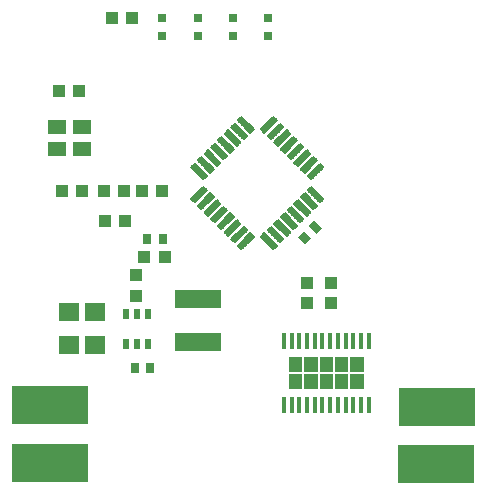
<source format=gbr>
G04 EAGLE Gerber RS-274X export*
G75*
%MOMM*%
%FSLAX34Y34*%
%LPD*%
%INSolderpaste Top*%
%IPPOS*%
%AMOC8*
5,1,8,0,0,1.08239X$1,22.5*%
G01*
%ADD10C,0.137500*%
%ADD11R,3.987800X1.498600*%
%ADD12R,0.517200X0.896100*%
%ADD13R,1.000000X1.100000*%
%ADD14R,0.800000X0.800000*%
%ADD15R,0.700000X0.900000*%
%ADD16R,1.100000X1.000000*%
%ADD17R,6.451600X3.251200*%
%ADD18R,1.800000X1.600000*%
%ADD19R,1.500000X1.300000*%
%ADD20R,0.354800X1.454900*%

G36*
X258495Y107875D02*
X258495Y107875D01*
X258497Y107874D01*
X258540Y107894D01*
X258584Y107912D01*
X258584Y107914D01*
X258586Y107915D01*
X258619Y108000D01*
X258619Y120351D01*
X258618Y120353D01*
X258619Y120355D01*
X258599Y120398D01*
X258581Y120442D01*
X258579Y120442D01*
X258578Y120444D01*
X258493Y120477D01*
X247488Y120477D01*
X247486Y120476D01*
X247484Y120477D01*
X247441Y120457D01*
X247397Y120439D01*
X247397Y120437D01*
X247395Y120436D01*
X247362Y120351D01*
X247362Y108000D01*
X247363Y107998D01*
X247362Y107996D01*
X247382Y107953D01*
X247400Y107909D01*
X247402Y107909D01*
X247403Y107907D01*
X247488Y107874D01*
X258493Y107874D01*
X258495Y107875D01*
G37*
G36*
X284504Y107875D02*
X284504Y107875D01*
X284506Y107874D01*
X284549Y107894D01*
X284593Y107912D01*
X284594Y107914D01*
X284596Y107915D01*
X284629Y108000D01*
X284629Y120351D01*
X284628Y120353D01*
X284629Y120355D01*
X284609Y120398D01*
X284590Y120442D01*
X284588Y120442D01*
X284587Y120444D01*
X284502Y120477D01*
X273498Y120477D01*
X273496Y120476D01*
X273494Y120477D01*
X273451Y120457D01*
X273407Y120439D01*
X273406Y120437D01*
X273404Y120436D01*
X273371Y120351D01*
X273371Y108000D01*
X273372Y107998D01*
X273371Y107996D01*
X273391Y107953D01*
X273410Y107909D01*
X273412Y107909D01*
X273413Y107907D01*
X273498Y107874D01*
X284502Y107874D01*
X284504Y107875D01*
G37*
G36*
X310514Y107875D02*
X310514Y107875D01*
X310516Y107874D01*
X310559Y107894D01*
X310603Y107912D01*
X310603Y107914D01*
X310605Y107915D01*
X310638Y108000D01*
X310638Y120351D01*
X310637Y120353D01*
X310638Y120355D01*
X310618Y120398D01*
X310600Y120442D01*
X310598Y120442D01*
X310597Y120444D01*
X310512Y120477D01*
X299507Y120477D01*
X299505Y120476D01*
X299503Y120477D01*
X299460Y120457D01*
X299417Y120439D01*
X299416Y120437D01*
X299414Y120436D01*
X299381Y120351D01*
X299381Y108000D01*
X299382Y107998D01*
X299381Y107996D01*
X299401Y107953D01*
X299419Y107909D01*
X299421Y107909D01*
X299422Y107907D01*
X299507Y107874D01*
X310512Y107874D01*
X310514Y107875D01*
G37*
G36*
X258495Y93524D02*
X258495Y93524D01*
X258497Y93523D01*
X258540Y93543D01*
X258584Y93561D01*
X258584Y93563D01*
X258586Y93564D01*
X258619Y93649D01*
X258619Y106000D01*
X258618Y106002D01*
X258619Y106004D01*
X258599Y106047D01*
X258581Y106091D01*
X258579Y106091D01*
X258578Y106093D01*
X258493Y106126D01*
X247488Y106126D01*
X247486Y106125D01*
X247484Y106126D01*
X247441Y106106D01*
X247397Y106088D01*
X247397Y106086D01*
X247395Y106085D01*
X247362Y106000D01*
X247362Y93649D01*
X247363Y93647D01*
X247362Y93645D01*
X247382Y93602D01*
X247400Y93558D01*
X247402Y93558D01*
X247403Y93556D01*
X247488Y93523D01*
X258493Y93523D01*
X258495Y93524D01*
G37*
G36*
X284504Y93524D02*
X284504Y93524D01*
X284506Y93523D01*
X284549Y93543D01*
X284593Y93561D01*
X284594Y93563D01*
X284596Y93564D01*
X284629Y93649D01*
X284629Y106000D01*
X284628Y106002D01*
X284629Y106004D01*
X284609Y106047D01*
X284590Y106091D01*
X284588Y106091D01*
X284587Y106093D01*
X284502Y106126D01*
X273498Y106126D01*
X273496Y106125D01*
X273494Y106126D01*
X273451Y106106D01*
X273407Y106088D01*
X273406Y106086D01*
X273404Y106085D01*
X273371Y106000D01*
X273371Y93649D01*
X273372Y93647D01*
X273371Y93645D01*
X273391Y93602D01*
X273410Y93558D01*
X273412Y93558D01*
X273413Y93556D01*
X273498Y93523D01*
X284502Y93523D01*
X284504Y93524D01*
G37*
G36*
X310514Y93524D02*
X310514Y93524D01*
X310516Y93523D01*
X310559Y93543D01*
X310603Y93561D01*
X310603Y93563D01*
X310605Y93564D01*
X310638Y93649D01*
X310638Y106000D01*
X310637Y106002D01*
X310638Y106004D01*
X310618Y106047D01*
X310600Y106091D01*
X310598Y106091D01*
X310597Y106093D01*
X310512Y106126D01*
X299507Y106126D01*
X299505Y106125D01*
X299503Y106126D01*
X299460Y106106D01*
X299417Y106088D01*
X299416Y106086D01*
X299414Y106085D01*
X299381Y106000D01*
X299381Y93649D01*
X299382Y93647D01*
X299381Y93645D01*
X299401Y93602D01*
X299419Y93558D01*
X299421Y93558D01*
X299422Y93556D01*
X299507Y93523D01*
X310512Y93523D01*
X310514Y93524D01*
G37*
G36*
X271500Y107875D02*
X271500Y107875D01*
X271502Y107874D01*
X271545Y107894D01*
X271588Y107912D01*
X271589Y107914D01*
X271591Y107915D01*
X271624Y108000D01*
X271624Y120351D01*
X271623Y120353D01*
X271624Y120355D01*
X271604Y120398D01*
X271585Y120442D01*
X271583Y120442D01*
X271583Y120444D01*
X271498Y120477D01*
X260493Y120477D01*
X260491Y120476D01*
X260489Y120477D01*
X260446Y120457D01*
X260402Y120439D01*
X260401Y120437D01*
X260399Y120436D01*
X260367Y120351D01*
X260367Y108000D01*
X260367Y107998D01*
X260367Y107996D01*
X260387Y107953D01*
X260405Y107909D01*
X260407Y107909D01*
X260408Y107907D01*
X260493Y107874D01*
X271498Y107874D01*
X271500Y107875D01*
G37*
G36*
X297509Y107875D02*
X297509Y107875D01*
X297511Y107874D01*
X297554Y107894D01*
X297598Y107912D01*
X297599Y107914D01*
X297601Y107915D01*
X297633Y108000D01*
X297633Y120351D01*
X297633Y120353D01*
X297633Y120355D01*
X297614Y120398D01*
X297595Y120442D01*
X297593Y120442D01*
X297592Y120444D01*
X297507Y120477D01*
X286502Y120477D01*
X286500Y120476D01*
X286498Y120477D01*
X286455Y120457D01*
X286412Y120439D01*
X286411Y120437D01*
X286409Y120436D01*
X286376Y120351D01*
X286376Y108000D01*
X286377Y107998D01*
X286376Y107996D01*
X286396Y107953D01*
X286415Y107909D01*
X286417Y107909D01*
X286418Y107907D01*
X286502Y107874D01*
X297507Y107874D01*
X297509Y107875D01*
G37*
G36*
X271500Y93524D02*
X271500Y93524D01*
X271502Y93523D01*
X271545Y93543D01*
X271588Y93561D01*
X271589Y93563D01*
X271591Y93564D01*
X271624Y93649D01*
X271624Y106000D01*
X271623Y106002D01*
X271624Y106004D01*
X271604Y106047D01*
X271585Y106091D01*
X271583Y106091D01*
X271583Y106093D01*
X271498Y106126D01*
X260493Y106126D01*
X260491Y106125D01*
X260489Y106126D01*
X260446Y106106D01*
X260402Y106088D01*
X260401Y106086D01*
X260399Y106085D01*
X260367Y106000D01*
X260367Y93649D01*
X260367Y93647D01*
X260367Y93645D01*
X260387Y93602D01*
X260405Y93558D01*
X260407Y93558D01*
X260408Y93556D01*
X260493Y93523D01*
X271498Y93523D01*
X271500Y93524D01*
G37*
G36*
X297509Y93524D02*
X297509Y93524D01*
X297511Y93523D01*
X297554Y93543D01*
X297598Y93561D01*
X297599Y93563D01*
X297601Y93564D01*
X297633Y93649D01*
X297633Y106000D01*
X297633Y106002D01*
X297633Y106004D01*
X297614Y106047D01*
X297595Y106091D01*
X297593Y106091D01*
X297592Y106093D01*
X297507Y106126D01*
X286502Y106126D01*
X286500Y106125D01*
X286498Y106126D01*
X286455Y106106D01*
X286412Y106088D01*
X286411Y106086D01*
X286409Y106085D01*
X286376Y106000D01*
X286376Y93649D01*
X286377Y93647D01*
X286376Y93645D01*
X286396Y93602D01*
X286415Y93558D01*
X286417Y93558D01*
X286418Y93556D01*
X286502Y93523D01*
X297507Y93523D01*
X297509Y93524D01*
G37*
D10*
X214554Y310527D02*
X204213Y320868D01*
X207130Y323785D01*
X217471Y313444D01*
X214554Y310527D01*
X215860Y311833D02*
X213248Y311833D01*
X211942Y313139D02*
X217166Y313139D01*
X216470Y314445D02*
X210636Y314445D01*
X209330Y315751D02*
X215164Y315751D01*
X213858Y317057D02*
X208024Y317057D01*
X206718Y318363D02*
X212552Y318363D01*
X211246Y319669D02*
X205412Y319669D01*
X204320Y320975D02*
X209940Y320975D01*
X208634Y322281D02*
X205626Y322281D01*
X206932Y323587D02*
X207328Y323587D01*
X198556Y315211D02*
X208897Y304870D01*
X198556Y315211D02*
X201473Y318128D01*
X211814Y307787D01*
X208897Y304870D01*
X210203Y306176D02*
X207591Y306176D01*
X206285Y307482D02*
X211509Y307482D01*
X210813Y308788D02*
X204979Y308788D01*
X203673Y310094D02*
X209507Y310094D01*
X208201Y311400D02*
X202367Y311400D01*
X201061Y312706D02*
X206895Y312706D01*
X205589Y314012D02*
X199755Y314012D01*
X198663Y315318D02*
X204283Y315318D01*
X202977Y316624D02*
X199969Y316624D01*
X201275Y317930D02*
X201671Y317930D01*
X192899Y309554D02*
X203240Y299213D01*
X192899Y309554D02*
X195816Y312471D01*
X206157Y302130D01*
X203240Y299213D01*
X204546Y300519D02*
X201934Y300519D01*
X200628Y301825D02*
X205852Y301825D01*
X205156Y303131D02*
X199322Y303131D01*
X198016Y304437D02*
X203850Y304437D01*
X202544Y305743D02*
X196710Y305743D01*
X195404Y307049D02*
X201238Y307049D01*
X199932Y308355D02*
X194098Y308355D01*
X193006Y309661D02*
X198626Y309661D01*
X197320Y310967D02*
X194312Y310967D01*
X195618Y312273D02*
X196014Y312273D01*
X187242Y303897D02*
X197583Y293556D01*
X187242Y303897D02*
X190159Y306814D01*
X200500Y296473D01*
X197583Y293556D01*
X198889Y294862D02*
X196277Y294862D01*
X194971Y296168D02*
X200195Y296168D01*
X199499Y297474D02*
X193665Y297474D01*
X192359Y298780D02*
X198193Y298780D01*
X196887Y300086D02*
X191053Y300086D01*
X189747Y301392D02*
X195581Y301392D01*
X194275Y302698D02*
X188441Y302698D01*
X187349Y304004D02*
X192969Y304004D01*
X191663Y305310D02*
X188655Y305310D01*
X189961Y306616D02*
X190357Y306616D01*
X181586Y298241D02*
X191927Y287900D01*
X181586Y298241D02*
X184503Y301158D01*
X194844Y290817D01*
X191927Y287900D01*
X193233Y289206D02*
X190621Y289206D01*
X189315Y290512D02*
X194539Y290512D01*
X193843Y291818D02*
X188009Y291818D01*
X186703Y293124D02*
X192537Y293124D01*
X191231Y294430D02*
X185397Y294430D01*
X184091Y295736D02*
X189925Y295736D01*
X188619Y297042D02*
X182785Y297042D01*
X181693Y298348D02*
X187313Y298348D01*
X186007Y299654D02*
X182999Y299654D01*
X184305Y300960D02*
X184701Y300960D01*
X175929Y292584D02*
X186270Y282243D01*
X175929Y292584D02*
X178846Y295501D01*
X189187Y285160D01*
X186270Y282243D01*
X187576Y283549D02*
X184964Y283549D01*
X183658Y284855D02*
X188882Y284855D01*
X188186Y286161D02*
X182352Y286161D01*
X181046Y287467D02*
X186880Y287467D01*
X185574Y288773D02*
X179740Y288773D01*
X178434Y290079D02*
X184268Y290079D01*
X182962Y291385D02*
X177128Y291385D01*
X176036Y292691D02*
X181656Y292691D01*
X180350Y293997D02*
X177342Y293997D01*
X178648Y295303D02*
X179044Y295303D01*
X170272Y286927D02*
X180613Y276586D01*
X170272Y286927D02*
X173189Y289844D01*
X183530Y279503D01*
X180613Y276586D01*
X181919Y277892D02*
X179307Y277892D01*
X178001Y279198D02*
X183225Y279198D01*
X182529Y280504D02*
X176695Y280504D01*
X175389Y281810D02*
X181223Y281810D01*
X179917Y283116D02*
X174083Y283116D01*
X172777Y284422D02*
X178611Y284422D01*
X177305Y285728D02*
X171471Y285728D01*
X170379Y287034D02*
X175999Y287034D01*
X174693Y288340D02*
X171685Y288340D01*
X172991Y289646D02*
X173387Y289646D01*
X164615Y281270D02*
X174956Y270929D01*
X164615Y281270D02*
X167532Y284187D01*
X177873Y273846D01*
X174956Y270929D01*
X176262Y272235D02*
X173650Y272235D01*
X172344Y273541D02*
X177568Y273541D01*
X176872Y274847D02*
X171038Y274847D01*
X169732Y276153D02*
X175566Y276153D01*
X174260Y277459D02*
X168426Y277459D01*
X167120Y278765D02*
X172954Y278765D01*
X171648Y280071D02*
X165814Y280071D01*
X164722Y281377D02*
X170342Y281377D01*
X169036Y282683D02*
X166028Y282683D01*
X167334Y283989D02*
X167730Y283989D01*
X223729Y222156D02*
X234070Y211815D01*
X223729Y222156D02*
X226646Y225073D01*
X236987Y214732D01*
X234070Y211815D01*
X235376Y213121D02*
X232764Y213121D01*
X231458Y214427D02*
X236682Y214427D01*
X235986Y215733D02*
X230152Y215733D01*
X228846Y217039D02*
X234680Y217039D01*
X233374Y218345D02*
X227540Y218345D01*
X226234Y219651D02*
X232068Y219651D01*
X230762Y220957D02*
X224928Y220957D01*
X223836Y222263D02*
X229456Y222263D01*
X228150Y223569D02*
X225142Y223569D01*
X226448Y224875D02*
X226844Y224875D01*
X229386Y227813D02*
X239727Y217472D01*
X229386Y227813D02*
X232303Y230730D01*
X242644Y220389D01*
X239727Y217472D01*
X241033Y218778D02*
X238421Y218778D01*
X237115Y220084D02*
X242339Y220084D01*
X241643Y221390D02*
X235809Y221390D01*
X234503Y222696D02*
X240337Y222696D01*
X239031Y224002D02*
X233197Y224002D01*
X231891Y225308D02*
X237725Y225308D01*
X236419Y226614D02*
X230585Y226614D01*
X229493Y227920D02*
X235113Y227920D01*
X233807Y229226D02*
X230799Y229226D01*
X232105Y230532D02*
X232501Y230532D01*
X235043Y233470D02*
X245384Y223129D01*
X235043Y233470D02*
X237960Y236387D01*
X248301Y226046D01*
X245384Y223129D01*
X246690Y224435D02*
X244078Y224435D01*
X242772Y225741D02*
X247996Y225741D01*
X247300Y227047D02*
X241466Y227047D01*
X240160Y228353D02*
X245994Y228353D01*
X244688Y229659D02*
X238854Y229659D01*
X237548Y230965D02*
X243382Y230965D01*
X242076Y232271D02*
X236242Y232271D01*
X235150Y233577D02*
X240770Y233577D01*
X239464Y234883D02*
X236456Y234883D01*
X237762Y236189D02*
X238158Y236189D01*
X240700Y239127D02*
X251041Y228786D01*
X240700Y239127D02*
X243617Y242044D01*
X253958Y231703D01*
X251041Y228786D01*
X252347Y230092D02*
X249735Y230092D01*
X248429Y231398D02*
X253653Y231398D01*
X252957Y232704D02*
X247123Y232704D01*
X245817Y234010D02*
X251651Y234010D01*
X250345Y235316D02*
X244511Y235316D01*
X243205Y236622D02*
X249039Y236622D01*
X247733Y237928D02*
X241899Y237928D01*
X240807Y239234D02*
X246427Y239234D01*
X245121Y240540D02*
X242113Y240540D01*
X243419Y241846D02*
X243815Y241846D01*
X246356Y244783D02*
X256697Y234442D01*
X246356Y244783D02*
X249273Y247700D01*
X259614Y237359D01*
X256697Y234442D01*
X258003Y235748D02*
X255391Y235748D01*
X254085Y237054D02*
X259309Y237054D01*
X258613Y238360D02*
X252779Y238360D01*
X251473Y239666D02*
X257307Y239666D01*
X256001Y240972D02*
X250167Y240972D01*
X248861Y242278D02*
X254695Y242278D01*
X253389Y243584D02*
X247555Y243584D01*
X246463Y244890D02*
X252083Y244890D01*
X250777Y246196D02*
X247769Y246196D01*
X249075Y247502D02*
X249471Y247502D01*
X252013Y250440D02*
X262354Y240099D01*
X252013Y250440D02*
X254930Y253357D01*
X265271Y243016D01*
X262354Y240099D01*
X263660Y241405D02*
X261048Y241405D01*
X259742Y242711D02*
X264966Y242711D01*
X264270Y244017D02*
X258436Y244017D01*
X257130Y245323D02*
X262964Y245323D01*
X261658Y246629D02*
X255824Y246629D01*
X254518Y247935D02*
X260352Y247935D01*
X259046Y249241D02*
X253212Y249241D01*
X252120Y250547D02*
X257740Y250547D01*
X256434Y251853D02*
X253426Y251853D01*
X254732Y253159D02*
X255128Y253159D01*
X257670Y256097D02*
X268011Y245756D01*
X257670Y256097D02*
X260587Y259014D01*
X270928Y248673D01*
X268011Y245756D01*
X269317Y247062D02*
X266705Y247062D01*
X265399Y248368D02*
X270623Y248368D01*
X269927Y249674D02*
X264093Y249674D01*
X262787Y250980D02*
X268621Y250980D01*
X267315Y252286D02*
X261481Y252286D01*
X260175Y253592D02*
X266009Y253592D01*
X264703Y254898D02*
X258869Y254898D01*
X257777Y256204D02*
X263397Y256204D01*
X262091Y257510D02*
X259083Y257510D01*
X260389Y258816D02*
X260785Y258816D01*
X263327Y261754D02*
X273668Y251413D01*
X263327Y261754D02*
X266244Y264671D01*
X276585Y254330D01*
X273668Y251413D01*
X274974Y252719D02*
X272362Y252719D01*
X271056Y254025D02*
X276280Y254025D01*
X275584Y255331D02*
X269750Y255331D01*
X268444Y256637D02*
X274278Y256637D01*
X272972Y257943D02*
X267138Y257943D01*
X265832Y259249D02*
X271666Y259249D01*
X270360Y260555D02*
X264526Y260555D01*
X263434Y261861D02*
X269054Y261861D01*
X267748Y263167D02*
X264740Y263167D01*
X266046Y264473D02*
X266442Y264473D01*
X263327Y273846D02*
X273668Y284187D01*
X276585Y281270D01*
X266244Y270929D01*
X263327Y273846D01*
X264938Y272235D02*
X267550Y272235D01*
X268856Y273541D02*
X263632Y273541D01*
X264328Y274847D02*
X270162Y274847D01*
X271468Y276153D02*
X265634Y276153D01*
X266940Y277459D02*
X272774Y277459D01*
X274080Y278765D02*
X268246Y278765D01*
X269552Y280071D02*
X275386Y280071D01*
X276478Y281377D02*
X270858Y281377D01*
X272164Y282683D02*
X275172Y282683D01*
X273866Y283989D02*
X273470Y283989D01*
X268011Y289844D02*
X257670Y279503D01*
X268011Y289844D02*
X270928Y286927D01*
X260587Y276586D01*
X257670Y279503D01*
X259281Y277892D02*
X261893Y277892D01*
X263199Y279198D02*
X257975Y279198D01*
X258671Y280504D02*
X264505Y280504D01*
X265811Y281810D02*
X259977Y281810D01*
X261283Y283116D02*
X267117Y283116D01*
X268423Y284422D02*
X262589Y284422D01*
X263895Y285728D02*
X269729Y285728D01*
X270821Y287034D02*
X265201Y287034D01*
X266507Y288340D02*
X269515Y288340D01*
X268209Y289646D02*
X267813Y289646D01*
X262354Y295501D02*
X252013Y285160D01*
X262354Y295501D02*
X265271Y292584D01*
X254930Y282243D01*
X252013Y285160D01*
X253624Y283549D02*
X256236Y283549D01*
X257542Y284855D02*
X252318Y284855D01*
X253014Y286161D02*
X258848Y286161D01*
X260154Y287467D02*
X254320Y287467D01*
X255626Y288773D02*
X261460Y288773D01*
X262766Y290079D02*
X256932Y290079D01*
X258238Y291385D02*
X264072Y291385D01*
X265164Y292691D02*
X259544Y292691D01*
X260850Y293997D02*
X263858Y293997D01*
X262552Y295303D02*
X262156Y295303D01*
X256697Y301158D02*
X246356Y290817D01*
X256697Y301158D02*
X259614Y298241D01*
X249273Y287900D01*
X246356Y290817D01*
X247967Y289206D02*
X250579Y289206D01*
X251885Y290512D02*
X246661Y290512D01*
X247357Y291818D02*
X253191Y291818D01*
X254497Y293124D02*
X248663Y293124D01*
X249969Y294430D02*
X255803Y294430D01*
X257109Y295736D02*
X251275Y295736D01*
X252581Y297042D02*
X258415Y297042D01*
X259507Y298348D02*
X253887Y298348D01*
X255193Y299654D02*
X258201Y299654D01*
X256895Y300960D02*
X256499Y300960D01*
X251041Y306814D02*
X240700Y296473D01*
X251041Y306814D02*
X253958Y303897D01*
X243617Y293556D01*
X240700Y296473D01*
X242311Y294862D02*
X244923Y294862D01*
X246229Y296168D02*
X241005Y296168D01*
X241701Y297474D02*
X247535Y297474D01*
X248841Y298780D02*
X243007Y298780D01*
X244313Y300086D02*
X250147Y300086D01*
X251453Y301392D02*
X245619Y301392D01*
X246925Y302698D02*
X252759Y302698D01*
X253851Y304004D02*
X248231Y304004D01*
X249537Y305310D02*
X252545Y305310D01*
X251239Y306616D02*
X250843Y306616D01*
X245384Y312471D02*
X235043Y302130D01*
X245384Y312471D02*
X248301Y309554D01*
X237960Y299213D01*
X235043Y302130D01*
X236654Y300519D02*
X239266Y300519D01*
X240572Y301825D02*
X235348Y301825D01*
X236044Y303131D02*
X241878Y303131D01*
X243184Y304437D02*
X237350Y304437D01*
X238656Y305743D02*
X244490Y305743D01*
X245796Y307049D02*
X239962Y307049D01*
X241268Y308355D02*
X247102Y308355D01*
X248194Y309661D02*
X242574Y309661D01*
X243880Y310967D02*
X246888Y310967D01*
X245582Y312273D02*
X245186Y312273D01*
X239727Y318128D02*
X229386Y307787D01*
X239727Y318128D02*
X242644Y315211D01*
X232303Y304870D01*
X229386Y307787D01*
X230997Y306176D02*
X233609Y306176D01*
X234915Y307482D02*
X229691Y307482D01*
X230387Y308788D02*
X236221Y308788D01*
X237527Y310094D02*
X231693Y310094D01*
X232999Y311400D02*
X238833Y311400D01*
X240139Y312706D02*
X234305Y312706D01*
X235611Y314012D02*
X241445Y314012D01*
X242537Y315318D02*
X236917Y315318D01*
X238223Y316624D02*
X241231Y316624D01*
X239925Y317930D02*
X239529Y317930D01*
X234070Y323785D02*
X223729Y313444D01*
X234070Y323785D02*
X236987Y320868D01*
X226646Y310527D01*
X223729Y313444D01*
X225340Y311833D02*
X227952Y311833D01*
X229258Y313139D02*
X224034Y313139D01*
X224730Y314445D02*
X230564Y314445D01*
X231870Y315751D02*
X226036Y315751D01*
X227342Y317057D02*
X233176Y317057D01*
X234482Y318363D02*
X228648Y318363D01*
X229954Y319669D02*
X235788Y319669D01*
X236880Y320975D02*
X231260Y320975D01*
X232566Y322281D02*
X235574Y322281D01*
X234268Y323587D02*
X233872Y323587D01*
X174956Y264671D02*
X164615Y254330D01*
X174956Y264671D02*
X177873Y261754D01*
X167532Y251413D01*
X164615Y254330D01*
X166226Y252719D02*
X168838Y252719D01*
X170144Y254025D02*
X164920Y254025D01*
X165616Y255331D02*
X171450Y255331D01*
X172756Y256637D02*
X166922Y256637D01*
X168228Y257943D02*
X174062Y257943D01*
X175368Y259249D02*
X169534Y259249D01*
X170840Y260555D02*
X176674Y260555D01*
X177766Y261861D02*
X172146Y261861D01*
X173452Y263167D02*
X176460Y263167D01*
X175154Y264473D02*
X174758Y264473D01*
X180613Y259014D02*
X170272Y248673D01*
X180613Y259014D02*
X183530Y256097D01*
X173189Y245756D01*
X170272Y248673D01*
X171883Y247062D02*
X174495Y247062D01*
X175801Y248368D02*
X170577Y248368D01*
X171273Y249674D02*
X177107Y249674D01*
X178413Y250980D02*
X172579Y250980D01*
X173885Y252286D02*
X179719Y252286D01*
X181025Y253592D02*
X175191Y253592D01*
X176497Y254898D02*
X182331Y254898D01*
X183423Y256204D02*
X177803Y256204D01*
X179109Y257510D02*
X182117Y257510D01*
X180811Y258816D02*
X180415Y258816D01*
X186270Y253357D02*
X175929Y243016D01*
X186270Y253357D02*
X189187Y250440D01*
X178846Y240099D01*
X175929Y243016D01*
X177540Y241405D02*
X180152Y241405D01*
X181458Y242711D02*
X176234Y242711D01*
X176930Y244017D02*
X182764Y244017D01*
X184070Y245323D02*
X178236Y245323D01*
X179542Y246629D02*
X185376Y246629D01*
X186682Y247935D02*
X180848Y247935D01*
X182154Y249241D02*
X187988Y249241D01*
X189080Y250547D02*
X183460Y250547D01*
X184766Y251853D02*
X187774Y251853D01*
X186468Y253159D02*
X186072Y253159D01*
X191927Y247700D02*
X181586Y237359D01*
X191927Y247700D02*
X194844Y244783D01*
X184503Y234442D01*
X181586Y237359D01*
X183197Y235748D02*
X185809Y235748D01*
X187115Y237054D02*
X181891Y237054D01*
X182587Y238360D02*
X188421Y238360D01*
X189727Y239666D02*
X183893Y239666D01*
X185199Y240972D02*
X191033Y240972D01*
X192339Y242278D02*
X186505Y242278D01*
X187811Y243584D02*
X193645Y243584D01*
X194737Y244890D02*
X189117Y244890D01*
X190423Y246196D02*
X193431Y246196D01*
X192125Y247502D02*
X191729Y247502D01*
X197583Y242044D02*
X187242Y231703D01*
X197583Y242044D02*
X200500Y239127D01*
X190159Y228786D01*
X187242Y231703D01*
X188853Y230092D02*
X191465Y230092D01*
X192771Y231398D02*
X187547Y231398D01*
X188243Y232704D02*
X194077Y232704D01*
X195383Y234010D02*
X189549Y234010D01*
X190855Y235316D02*
X196689Y235316D01*
X197995Y236622D02*
X192161Y236622D01*
X193467Y237928D02*
X199301Y237928D01*
X200393Y239234D02*
X194773Y239234D01*
X196079Y240540D02*
X199087Y240540D01*
X197781Y241846D02*
X197385Y241846D01*
X203240Y236387D02*
X192899Y226046D01*
X203240Y236387D02*
X206157Y233470D01*
X195816Y223129D01*
X192899Y226046D01*
X194510Y224435D02*
X197122Y224435D01*
X198428Y225741D02*
X193204Y225741D01*
X193900Y227047D02*
X199734Y227047D01*
X201040Y228353D02*
X195206Y228353D01*
X196512Y229659D02*
X202346Y229659D01*
X203652Y230965D02*
X197818Y230965D01*
X199124Y232271D02*
X204958Y232271D01*
X206050Y233577D02*
X200430Y233577D01*
X201736Y234883D02*
X204744Y234883D01*
X203438Y236189D02*
X203042Y236189D01*
X208897Y230730D02*
X198556Y220389D01*
X208897Y230730D02*
X211814Y227813D01*
X201473Y217472D01*
X198556Y220389D01*
X200167Y218778D02*
X202779Y218778D01*
X204085Y220084D02*
X198861Y220084D01*
X199557Y221390D02*
X205391Y221390D01*
X206697Y222696D02*
X200863Y222696D01*
X202169Y224002D02*
X208003Y224002D01*
X209309Y225308D02*
X203475Y225308D01*
X204781Y226614D02*
X210615Y226614D01*
X211707Y227920D02*
X206087Y227920D01*
X207393Y229226D02*
X210401Y229226D01*
X209095Y230532D02*
X208699Y230532D01*
X214554Y225073D02*
X204213Y214732D01*
X214554Y225073D02*
X217471Y222156D01*
X207130Y211815D01*
X204213Y214732D01*
X205824Y213121D02*
X208436Y213121D01*
X209742Y214427D02*
X204518Y214427D01*
X205214Y215733D02*
X211048Y215733D01*
X212354Y217039D02*
X206520Y217039D01*
X207826Y218345D02*
X213660Y218345D01*
X214966Y219651D02*
X209132Y219651D01*
X210438Y220957D02*
X216272Y220957D01*
X217364Y222263D02*
X211744Y222263D01*
X213050Y223569D02*
X216058Y223569D01*
X214752Y224875D02*
X214356Y224875D01*
D11*
X170300Y169400D03*
X170300Y133400D03*
D12*
X128000Y157090D03*
X118500Y157090D03*
X109000Y157090D03*
X109000Y131111D03*
X118500Y131111D03*
X128000Y131111D03*
D13*
X97500Y407400D03*
X114500Y407400D03*
D14*
X230000Y407500D03*
X230000Y392500D03*
X200000Y407500D03*
X200000Y392500D03*
X170000Y407500D03*
X170000Y392500D03*
X140000Y407500D03*
X140000Y392500D03*
D15*
X117000Y111000D03*
X130000Y111000D03*
D13*
X52300Y345800D03*
X69300Y345800D03*
X107900Y260700D03*
X90900Y260700D03*
X140000Y260700D03*
X123000Y260700D03*
D16*
X283200Y166400D03*
X283200Y183400D03*
X262500Y166400D03*
X262500Y183400D03*
D17*
X44800Y80100D03*
X371800Y29900D03*
X372800Y78500D03*
X44800Y30700D03*
D18*
X61000Y131000D03*
X61000Y159000D03*
D15*
X140500Y220000D03*
X127500Y220000D03*
D18*
X83000Y131000D03*
X83000Y159000D03*
D16*
X142000Y205000D03*
X125000Y205000D03*
D13*
X55500Y261000D03*
X72500Y261000D03*
D19*
X51000Y315500D03*
X51000Y296500D03*
X72000Y315500D03*
X72000Y296500D03*
D15*
G36*
X263940Y231303D02*
X268889Y236252D01*
X275252Y229889D01*
X270303Y224940D01*
X263940Y231303D01*
G37*
G36*
X254748Y222111D02*
X259697Y227060D01*
X266060Y220697D01*
X261111Y215748D01*
X254748Y222111D01*
G37*
D20*
X314750Y134213D03*
X308250Y134213D03*
X301750Y134213D03*
X295250Y134213D03*
X288750Y134213D03*
X282250Y134213D03*
X275750Y134213D03*
X269250Y134213D03*
X262750Y134213D03*
X256250Y134213D03*
X249750Y134213D03*
X243250Y134213D03*
X243250Y79787D03*
X249750Y79787D03*
X256250Y79787D03*
X262750Y79787D03*
X269250Y79787D03*
X275750Y79787D03*
X282250Y79787D03*
X288750Y79787D03*
X295250Y79787D03*
X301750Y79787D03*
X308250Y79787D03*
X314750Y79787D03*
D16*
X118000Y189500D03*
X118000Y172500D03*
D13*
X108500Y236000D03*
X91500Y236000D03*
M02*

</source>
